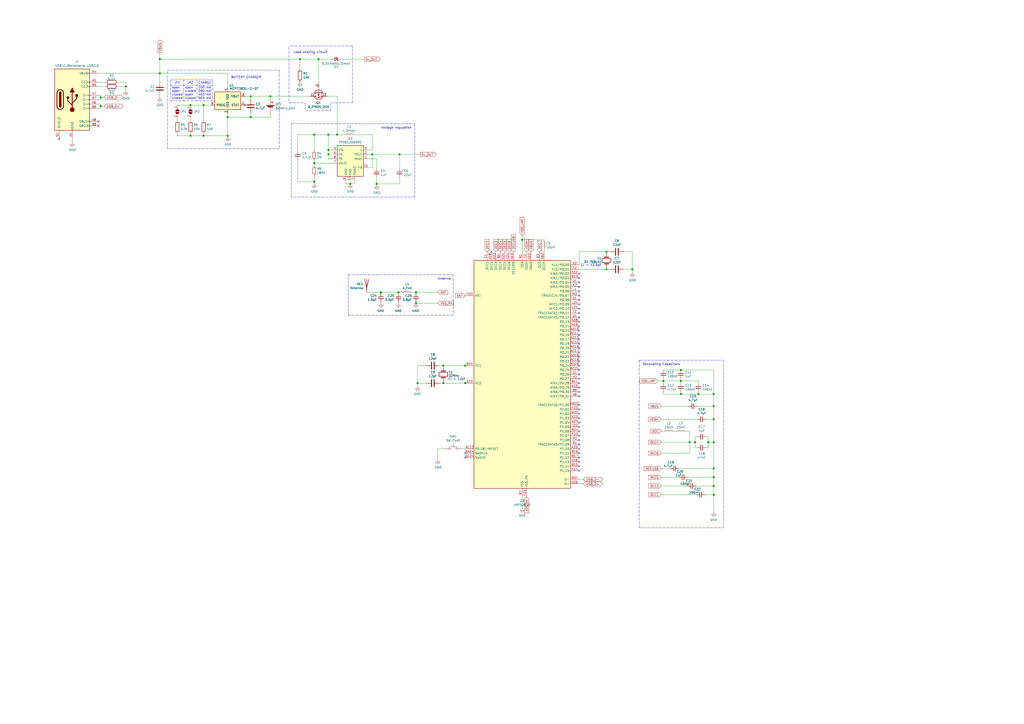
<source format=kicad_sch>
(kicad_sch (version 20210621) (generator eeschema)
  (paper "A2")
  (lib_symbols
    (symbol "Battery_Management:MCP73831-2-OT" (pin_names (offset 1.016))
      (property "Reference" "U" (at -7.62 6.35 0))
      (property "Value" "MCP73831-2-OT" (at 1.27 6.35 0))
      (symbol "MCP73831-2-OT_1_1"
        (pin output line (at 10.16 -2.54 180) (length 2.54) (name "STAT") (number "1"))
        (pin power_in line (at 0 -7.62 90) (length 2.54) (name "VSS") (number "2"))
        (pin power_out line (at 10.16 2.54 180) (length 2.54) (name "VBAT") (number "3"))
        (pin power_in line (at 0 7.62 270) (length 2.54) (name "VDD") (number "4"))
        (pin input line (at -10.16 -2.54 0) (length 2.54) (name "PROG") (number "5"))
      )
    )
    (symbol "Connector:USB_C_Receptacle_USB2.0" (pin_names (offset 1.016))
      (property "Reference" "J" (at -10.16 19.05 0))
      (property "Value" "USB_C_Receptacle_USB2.0" (at 19.05 19.05 0))
      (symbol "USB_C_Receptacle_USB2.0_1_1"
        (pin passive line (at 0 -22.86 90) (length 5.08) (name "GND") (number "A1"))
        (pin passive line (at 0 -22.86 90) (length 5.08) hide (name "GND") (number "A12"))
        (pin passive line (at 15.24 15.24 180) (length 5.08) (name "VBUS") (number "A4"))
        (pin bidirectional line (at 15.24 10.16 180) (length 5.08) (name "CC1") (number "A5"))
        (pin bidirectional line (at 15.24 -2.54 180) (length 5.08) (name "D+") (number "A6"))
        (pin bidirectional line (at 15.24 2.54 180) (length 5.08) (name "D-") (number "A7"))
        (pin bidirectional line (at 15.24 -12.7 180) (length 5.08) (name "SBU1") (number "A8"))
        (pin passive line (at 15.24 15.24 180) (length 5.08) hide (name "VBUS") (number "A9"))
        (pin passive line (at 0 -22.86 90) (length 5.08) hide (name "GND") (number "B1"))
        (pin passive line (at 0 -22.86 90) (length 5.08) hide (name "GND") (number "B12"))
        (pin passive line (at 15.24 15.24 180) (length 5.08) hide (name "VBUS") (number "B4"))
        (pin bidirectional line (at 15.24 7.62 180) (length 5.08) (name "CC2") (number "B5"))
        (pin bidirectional line (at 15.24 -5.08 180) (length 5.08) (name "D+") (number "B6"))
        (pin bidirectional line (at 15.24 0 180) (length 5.08) (name "D-") (number "B7"))
        (pin bidirectional line (at 15.24 -15.24 180) (length 5.08) (name "SBU2") (number "B8"))
        (pin passive line (at 15.24 15.24 180) (length 5.08) hide (name "VBUS") (number "B9"))
        (pin passive line (at -7.62 -22.86 90) (length 5.08) (name "SHIELD") (number "S1"))
      )
    )
    (symbol "Device:Antenna" (pin_numbers hide) (pin_names (offset 1.016) hide)
      (property "Reference" "AE" (at -1.905 1.905 0))
      (property "Value" "Antenna" (at -1.905 0 0))
      (symbol "Antenna_1_1"
        (pin input line (at 0 -5.08 90) (length 2.54) (name "A") (number "1"))
      )
    )
    (symbol "Device:Battery_Cell" (pin_numbers hide) (pin_names (offset 0) hide)
      (property "Reference" "BT" (at 2.54 2.54 0))
      (property "Value" "Battery_Cell" (at 2.54 0 0))
      (symbol "Battery_Cell_1_1"
        (pin passive line (at 0 5.08 270) (length 2.54) (name "+") (number "1"))
        (pin passive line (at 0 -2.54 90) (length 2.54) (name "-") (number "2"))
      )
    )
    (symbol "Device:C" (pin_numbers hide) (pin_names (offset 0.254))
      (property "Reference" "C" (at 0.635 2.54 0))
      (property "Value" "C" (at 0.635 -2.54 0))
      (symbol "C_1_1"
        (pin passive line (at 0 3.81 270) (length 2.794) (name "~") (number "1"))
        (pin passive line (at 0 -3.81 90) (length 2.794) (name "~") (number "2"))
      )
    )
    (symbol "Device:C_Small" (pin_numbers hide) (pin_names (offset 0.254) hide)
      (property "Reference" "C" (at 0.254 1.778 0))
      (property "Value" "C_Small" (at 0.254 -2.032 0))
      (symbol "C_Small_1_1"
        (pin passive line (at 0 2.54 270) (length 2.032) (name "~") (number "1"))
        (pin passive line (at 0 -2.54 90) (length 2.032) (name "~") (number "2"))
      )
    )
    (symbol "Device:Crystal" (pin_numbers hide) (pin_names (offset 1.016) hide)
      (property "Reference" "Y" (at 0 3.81 0))
      (property "Value" "Crystal" (at 0 -3.81 0))
      (symbol "Crystal_1_1"
        (pin passive line (at -3.81 0 0) (length 1.27) (name "1") (number "1"))
        (pin passive line (at 3.81 0 180) (length 1.27) (name "2") (number "2"))
      )
    )
    (symbol "Device:D_Schottky_Small" (pin_numbers hide) (pin_names (offset 0.254) hide)
      (property "Reference" "D" (at -1.27 2.032 0))
      (property "Value" "D_Schottky_Small" (at -7.112 -2.032 0))
      (symbol "D_Schottky_Small_1_1"
        (pin passive line (at -2.54 0 0) (length 1.778) (name "K") (number "1"))
        (pin passive line (at 2.54 0 180) (length 1.778) (name "A") (number "2"))
      )
    )
    (symbol "Device:L_Small" (pin_numbers hide) (pin_names (offset 0.254) hide)
      (property "Reference" "L" (at 0.762 1.016 0))
      (property "Value" "L_Small" (at 0.762 -1.016 0))
      (symbol "L_Small_1_1"
        (pin passive line (at 0 2.54 270) (length 0.508) (name "~") (number "1"))
        (pin passive line (at 0 -2.54 90) (length 0.508) (name "~") (number "2"))
      )
    )
    (symbol "Device:Q_PMOS_DGS" (pin_names (offset 0) hide)
      (property "Reference" "Q" (at 5.08 1.27 0))
      (property "Value" "Q_PMOS_DGS" (at 5.08 -1.27 0))
      (symbol "Q_PMOS_DGS_1_1"
        (pin passive line (at 2.54 5.08 270) (length 2.54) (name "D") (number "1"))
        (pin input line (at -5.08 0 0) (length 2.54) (name "G") (number "2"))
        (pin passive line (at 2.54 -5.08 90) (length 2.54) (name "S") (number "3"))
      )
    )
    (symbol "Device:R" (pin_numbers hide) (pin_names (offset 0))
      (property "Reference" "R" (at 2.032 0 90))
      (property "Value" "R" (at 0 0 90))
      (symbol "R_1_1"
        (pin passive line (at 0 3.81 270) (length 1.27) (name "~") (number "1"))
        (pin passive line (at 0 -3.81 90) (length 1.27) (name "~") (number "2"))
      )
    )
    (symbol "Device:R_Small" (pin_numbers hide) (pin_names (offset 0.254) hide)
      (property "Reference" "R" (at 0.762 0.508 0))
      (property "Value" "R_Small" (at 0.762 -1.016 0))
      (symbol "R_Small_1_1"
        (pin passive line (at 0 2.54 270) (length 0.762) (name "~") (number "1"))
        (pin passive line (at 0 -2.54 90) (length 0.762) (name "~") (number "2"))
      )
    )
    (symbol "Jumper:SolderJumper_2_Open" (pin_names (offset 0) hide)
      (property "Reference" "JP" (at 0 2.032 0))
      (property "Value" "SolderJumper_2_Open" (at 0 -2.54 0))
      (symbol "SolderJumper_2_Open_1_1"
        (pin passive line (at -3.81 0 0) (length 2.54) (name "A") (number "1"))
        (pin passive line (at 3.81 0 180) (length 2.54) (name "B") (number "2"))
      )
    )
    (symbol "MCU_Nordic:nRF52840"
      (property "Reference" "U" (at 0 5.08 0))
      (property "Value" "nRF52840" (at 0 2.54 0))
      (symbol "nRF52840_1_1"
        (pin bidirectional line (at 33.02 -7.62 180) (length 5.08) (name "AIN5/P0.29") (number "A10"))
        (pin bidirectional line (at 33.02 58.42 180) (length 5.08) (name "AIN0/P0.02") (number "A12"))
        (pin bidirectional line (at 33.02 -55.88 180) (length 5.08) (name "P1.15") (number "A14"))
        (pin bidirectional line (at 33.02 -50.8 180) (length 5.08) (name "P1.13") (number "A16"))
        (pin passive line (at -17.78 71.12 270) (length 5.08) (name "DEC2") (number "A18"))
        (pin bidirectional line (at 33.02 -43.18 180) (length 5.08) (name "P1.10") (number "A20"))
        (pin passive line (at 0 71.12 270) (length 5.08) hide (name "VDD") (number "A22"))
        (pin input line (at -33.02 -5.08 0) (length 5.08) (name "XC2") (number "A23"))
        (pin bidirectional line (at 33.02 -12.7 180) (length 5.08) (name "AIN7/P0.31") (number "A8"))
        (pin input line (at -33.02 -45.72 0) (length 5.08) (name "SWDCLK") (number "AA24"))
        (pin power_out line (at 12.7 71.12 270) (length 5.08) (name "DCCH") (number "AB2"))
        (pin bidirectional line (at 33.02 22.86 180) (length 5.08) (name "P0.16") (number "AC11"))
        (pin bidirectional line (at -33.02 -43.18 0) (length 5.08) (name "P0.18/~RESET") (number "AC13"))
        (pin bidirectional line (at 33.02 17.78 180) (length 5.08) (name "P0.19") (number "AC15"))
        (pin bidirectional line (at 33.02 12.7 180) (length 5.08) (name "P0.21") (number "AC17"))
        (pin bidirectional line (at 33.02 7.62 180) (length 5.08) (name "P0.23") (number "AC19"))
        (pin bidirectional line (at 33.02 2.54 180) (length 5.08) (name "P0.25") (number "AC21"))
        (pin bidirectional line (at -33.02 -48.26 0) (length 5.08) (name "SWDIO") (number "AC24"))
        (pin passive line (at -5.08 71.12 270) (length 5.08) (name "DECUSB") (number "AC5"))
        (pin bidirectional line (at 33.02 27.94 180) (length 5.08) (name "P0.14") (number "AC9"))
        (pin bidirectional line (at 33.02 25.4 180) (length 5.08) (name "P0.15") (number "AD10"))
        (pin bidirectional line (at 33.02 20.32 180) (length 5.08) (name "P0.17") (number "AD12"))
        (pin passive line (at 0 71.12 270) (length 5.08) hide (name "VDD") (number "AD14"))
        (pin bidirectional line (at 33.02 15.24 180) (length 5.08) (name "P0.20") (number "AD16"))
        (pin bidirectional line (at 33.02 10.16 180) (length 5.08) (name "P0.22") (number "AD18"))
        (pin power_in line (at 5.08 71.12 270) (length 5.08) (name "VBUS") (number "AD2"))
        (pin bidirectional line (at 33.02 5.08 180) (length 5.08) (name "P0.24") (number "AD20"))
        (pin bidirectional line (at 33.02 -17.78 180) (length 5.08) (name "TRACEDATA0/P1.00") (number "AD22"))
        (pin passive line (at 0 71.12 270) (length 5.08) hide (name "VDD") (number "AD23"))
        (pin bidirectional line (at 33.02 -60.96 180) (length 5.08) (name "D-") (number "AD4"))
        (pin bidirectional line (at 33.02 -63.5 180) (length 5.08) (name "D+") (number "AD6"))
        (pin bidirectional line (at 33.02 30.48 180) (length 5.08) (name "P0.13") (number "AD8"))
        (pin power_in line (at 0 71.12 270) (length 5.08) (name "VDD") (number "B1"))
        (pin bidirectional line (at 33.02 -5.08 180) (length 5.08) (name "AIN4/P0.28") (number "B11"))
        (pin bidirectional line (at 33.02 55.88 180) (length 5.08) (name "AIN1/P0.03") (number "B13"))
        (pin bidirectional line (at 33.02 -53.34 180) (length 5.08) (name "P1.14") (number "B15"))
        (pin bidirectional line (at 33.02 -48.26 180) (length 5.08) (name "P1.12") (number "B17"))
        (pin bidirectional line (at 33.02 -45.72 180) (length 5.08) (name "P1.11") (number "B19"))
        (pin input line (at -33.02 5.08 0) (length 5.08) (name "XC1") (number "B24"))
        (pin power_out line (at 10.16 71.12 270) (length 5.08) (name "DCC") (number "B3"))
        (pin passive line (at -12.7 71.12 270) (length 5.08) (name "DEC4") (number "B5"))
        (pin power_in line (at 0 -71.12 90) (length 5.08) (name "VSS") (number "B7"))
        (pin bidirectional line (at 33.02 -10.16 180) (length 5.08) (name "AIN6/P0.30") (number "B9"))
        (pin passive line (at -20.32 71.12 270) (length 5.08) (name "DEC1") (number "C1"))
        (pin bidirectional line (at 33.02 63.5 180) (length 5.08) (name "XL1/P0.00") (number "D2"))
        (pin passive line (at -15.24 71.12 270) (length 5.08) (name "DEC3") (number "D23"))
        (pin passive line (at -7.62 71.12 270) (length 5.08) (name "DEC6") (number "E24"))
        (pin passive line (at 0 -71.12 90) (length 5.08) hide (name "VSS") (number "EP"))
        (pin bidirectional line (at 33.02 60.96 180) (length 5.08) (name "XL2/P0.01") (number "F2"))
        (pin power_in line (at 2.54 -71.12 90) (length 5.08) (name "VSS_PA") (number "F23"))
        (pin bidirectional line (at 33.02 0 180) (length 5.08) (name "P0.26") (number "G1"))
        (pin bidirectional line (at 33.02 -2.54 180) (length 5.08) (name "P0.27") (number "H2"))
        (pin passive line (at -33.02 45.72 0) (length 5.08) (name "ANT") (number "H23"))
        (pin bidirectional line (at 33.02 53.34 180) (length 5.08) (name "AIN2/P0.04") (number "J1"))
        (pin bidirectional line (at 33.02 38.1 180) (length 5.08) (name "NFC2/P0.10") (number "J24"))
        (pin bidirectional line (at 33.02 50.8 180) (length 5.08) (name "AIN3/P0.05") (number "K2"))
        (pin bidirectional line (at 33.02 48.26 180) (length 5.08) (name "P0.06") (number "L1"))
        (pin bidirectional line (at 33.02 40.64 180) (length 5.08) (name "NFC1/P0.09") (number "L24"))
        (pin bidirectional line (at 33.02 45.72 180) (length 5.08) (name "TRACECLK/P0.07") (number "M2"))
        (pin bidirectional line (at 33.02 43.18 180) (length 5.08) (name "P0.08") (number "N1"))
        (pin passive line (at -10.16 71.12 270) (length 5.08) (name "DEC5") (number "N24"))
        (pin bidirectional line (at 33.02 -38.1 180) (length 5.08) (name "P1.08") (number "P2"))
        (pin bidirectional line (at 33.02 -35.56 180) (length 5.08) (name "P1.07") (number "P23"))
        (pin bidirectional line (at 33.02 -40.64 180) (length 5.08) (name "TRACEDATA3/P1.09") (number "R1"))
        (pin bidirectional line (at 33.02 -33.02 180) (length 5.08) (name "P1.06") (number "R24"))
        (pin bidirectional line (at 33.02 35.56 180) (length 5.08) (name "TRACEDATA2/P0.11") (number "T2"))
        (pin bidirectional line (at 33.02 -30.48 180) (length 5.08) (name "P1.05") (number "T23"))
        (pin bidirectional line (at 33.02 33.02 180) (length 5.08) (name "TRACEDATA1/P0.12") (number "U1"))
        (pin bidirectional line (at 33.02 -27.94 180) (length 5.08) (name "P1.04") (number "U24"))
        (pin bidirectional line (at 33.02 -25.4 180) (length 5.08) (name "P1.03") (number "V23"))
        (pin passive line (at 0 71.12 270) (length 5.08) hide (name "VDD") (number "W1"))
        (pin bidirectional line (at 33.02 -22.86 180) (length 5.08) (name "P1.02") (number "W24"))
        (pin power_in line (at 2.54 71.12 270) (length 5.08) (name "VDDH") (number "Y2"))
        (pin bidirectional line (at 33.02 -20.32 180) (length 5.08) (name "P1.01") (number "Y23"))
      )
    )
    (symbol "Regulator_Switching:TPS61200DRC"
      (property "Reference" "U" (at -10.16 8.89 0))
      (property "Value" "TPS61200DRC" (at -2.54 8.89 0))
      (symbol "TPS61200DRC_1_1"
        (pin bidirectional line (at 10.16 0 180) (length 2.54) (name "VAUX") (number "1"))
        (pin input line (at 10.16 -5.08 180) (length 2.54) (name "FB") (number "10"))
        (pin power_in line (at 0 -12.7 90) (length 2.54) (name "PAD") (number "11"))
        (pin power_out line (at 10.16 2.54 180) (length 2.54) (name "VOUT") (number "2"))
        (pin input line (at 10.16 5.08 180) (length 2.54) (name "L") (number "3"))
        (pin power_in line (at 2.54 -12.7 90) (length 2.54) (name "PGND") (number "4"))
        (pin power_in line (at -10.16 5.08 0) (length 2.54) (name "VIN") (number "5"))
        (pin input line (at -10.16 2.54 0) (length 2.54) (name "EN") (number "6"))
        (pin input line (at -10.16 -2.54 0) (length 2.54) (name "UVLO") (number "7"))
        (pin input line (at -10.16 0 0) (length 2.54) (name "PS") (number "8"))
        (pin power_in line (at -2.54 -12.7 90) (length 2.54) (name "GND") (number "9"))
      )
    )
    (symbol "Switch:SW_Push" (pin_numbers hide) (pin_names (offset 1.016) hide)
      (property "Reference" "SW" (at 1.27 2.54 0))
      (property "Value" "SW_Push" (at 0 -1.524 0))
      (symbol "SW_Push_0_1"
        (pin passive line (at -5.08 0 0) (length 2.54) (name "1") (number "1"))
        (pin passive line (at 5.08 0 180) (length 2.54) (name "2") (number "2"))
      )
    )
    (symbol "power:GND" (power) (pin_names (offset 0))
      (property "Value" "GND" (at 0 -3.81 0))
      (symbol "GND_1_1"
        (pin power_in line (at 0 0 270) (length 0) hide (name "GND") (number "1"))
      )
    )
  )
  (junction (at 58.42 56.515) (diameter 1.016))
  (junction (at 58.42 61.595) (diameter 1.016))
  (junction (at 73.025 50.165) (diameter 1.016))
  (junction (at 92.71 34.29) (diameter 1.016))
  (junction (at 92.71 42.545) (diameter 1.016))
  (junction (at 110.49 60.96) (diameter 1.016))
  (junction (at 110.49 78.74) (diameter 1.016))
  (junction (at 118.11 60.96) (diameter 1.016))
  (junction (at 118.11 78.74) (diameter 1.016))
  (junction (at 132.08 67.945) (diameter 1.016))
  (junction (at 132.08 78.74) (diameter 1.016))
  (junction (at 145.415 55.88) (diameter 1.016))
  (junction (at 145.415 67.945) (diameter 1.016))
  (junction (at 156.845 55.88) (diameter 1.016))
  (junction (at 173.99 34.29) (diameter 1.016))
  (junction (at 182.245 78.105) (diameter 1.016))
  (junction (at 182.245 94.615) (diameter 1.016))
  (junction (at 182.245 105.41) (diameter 1.016))
  (junction (at 184.785 34.29) (diameter 1.016))
  (junction (at 190.5 78.105) (diameter 1.016))
  (junction (at 190.5 86.995) (diameter 1.016))
  (junction (at 190.5 89.535) (diameter 1.016))
  (junction (at 195.58 78.105) (diameter 1.016))
  (junction (at 203.2 106.68) (diameter 1.016))
  (junction (at 215.9 89.535) (diameter 1.016))
  (junction (at 218.44 106.68) (diameter 1.016))
  (junction (at 220.98 169.545) (diameter 1.016))
  (junction (at 231.14 169.545) (diameter 1.016))
  (junction (at 231.775 89.535) (diameter 1.016))
  (junction (at 241.3 169.545) (diameter 1.016))
  (junction (at 241.3 175.895) (diameter 1.016))
  (junction (at 242.189 222.25) (diameter 1.016))
  (junction (at 257.175 212.09) (diameter 1.016))
  (junction (at 257.175 222.25) (diameter 1.016))
  (junction (at 269.875 212.09) (diameter 1.016))
  (junction (at 269.875 222.25) (diameter 1.016))
  (junction (at 302.895 139.065) (diameter 1.016))
  (junction (at 351.79 146.05) (diameter 1.016))
  (junction (at 351.79 156.21) (diameter 1.016))
  (junction (at 366.776 156.21) (diameter 1.016))
  (junction (at 384.81 220.98) (diameter 1.016))
  (junction (at 394.97 214.63) (diameter 1.016))
  (junction (at 394.97 220.98) (diameter 1.016))
  (junction (at 394.97 228.6) (diameter 1.016))
  (junction (at 400.05 256.54) (diameter 1.016))
  (junction (at 403.225 256.54) (diameter 1.016))
  (junction (at 405.13 228.6) (diameter 1.016))
  (junction (at 410.845 256.54) (diameter 1.016))
  (junction (at 414.02 228.6) (diameter 1.016))
  (junction (at 414.02 235.585) (diameter 1.016))
  (junction (at 414.02 243.205) (diameter 1.016))
  (junction (at 414.02 256.54) (diameter 1.016))
  (junction (at 414.02 271.78) (diameter 1.016))
  (junction (at 414.02 276.86) (diameter 1.016))
  (junction (at 414.02 281.94) (diameter 1.016))
  (junction (at 414.02 287.02) (diameter 1.016))
  (no_connect (at 34.29 80.645))
  (no_connect (at 57.15 70.485))
  (no_connect (at 57.15 73.025))
  (no_connect (at 142.24 60.96))
  (no_connect (at 269.875 262.89))
  (no_connect (at 269.875 265.43))
  (no_connect (at 285.115 146.05))
  (no_connect (at 335.915 158.75))
  (no_connect (at 335.915 161.29))
  (no_connect (at 335.915 163.83))
  (no_connect (at 335.915 166.37))
  (no_connect (at 335.915 168.91))
  (no_connect (at 335.915 171.45))
  (no_connect (at 335.915 173.99))
  (no_connect (at 335.915 176.53))
  (no_connect (at 335.915 179.07))
  (no_connect (at 335.915 181.61))
  (no_connect (at 335.915 184.15))
  (no_connect (at 335.915 186.69))
  (no_connect (at 335.915 189.23))
  (no_connect (at 335.915 191.77))
  (no_connect (at 335.915 194.31))
  (no_connect (at 335.915 196.85))
  (no_connect (at 335.915 199.39))
  (no_connect (at 335.915 201.93))
  (no_connect (at 335.915 204.47))
  (no_connect (at 335.915 207.01))
  (no_connect (at 335.915 209.55))
  (no_connect (at 335.915 212.09))
  (no_connect (at 335.915 214.63))
  (no_connect (at 335.915 217.17))
  (no_connect (at 335.915 219.71))
  (no_connect (at 335.915 222.25))
  (no_connect (at 335.915 224.79))
  (no_connect (at 335.915 227.33))
  (no_connect (at 335.915 229.87))
  (no_connect (at 335.915 234.95))
  (no_connect (at 335.915 237.49))
  (no_connect (at 335.915 240.03))
  (no_connect (at 335.915 242.57))
  (no_connect (at 335.915 245.11))
  (no_connect (at 335.915 247.65))
  (no_connect (at 335.915 250.19))
  (no_connect (at 335.915 252.73))
  (no_connect (at 335.915 255.27))
  (no_connect (at 335.915 257.81))
  (no_connect (at 335.915 260.35))
  (no_connect (at 335.915 262.89))
  (no_connect (at 335.915 265.43))
  (no_connect (at 335.915 267.97))
  (no_connect (at 335.915 270.51))
  (no_connect (at 335.915 273.05))
  (wire (pts (xy 41.91 80.645) (xy 41.91 82.55)))
  (wire (pts (xy 57.15 42.545) (xy 92.71 42.545)))
  (wire (pts (xy 57.15 47.625) (xy 60.96 47.625)))
  (wire (pts (xy 57.15 50.165) (xy 60.96 50.165)))
  (wire (pts (xy 57.15 55.245) (xy 58.42 55.245)))
  (wire (pts (xy 57.15 60.325) (xy 58.42 60.325)))
  (wire (pts (xy 58.42 55.245) (xy 58.42 56.515)))
  (wire (pts (xy 58.42 56.515) (xy 58.42 57.785)))
  (wire (pts (xy 58.42 56.515) (xy 60.325 56.515)))
  (wire (pts (xy 58.42 57.785) (xy 57.15 57.785)))
  (wire (pts (xy 58.42 60.325) (xy 58.42 61.595)))
  (wire (pts (xy 58.42 61.595) (xy 58.42 62.865)))
  (wire (pts (xy 58.42 61.595) (xy 60.325 61.595)))
  (wire (pts (xy 58.42 62.865) (xy 57.15 62.865)))
  (wire (pts (xy 68.58 47.625) (xy 73.025 47.625)))
  (wire (pts (xy 68.58 50.165) (xy 73.025 50.165)))
  (wire (pts (xy 73.025 47.625) (xy 73.025 50.165)))
  (wire (pts (xy 73.025 50.165) (xy 73.025 52.705)))
  (wire (pts (xy 92.71 34.29) (xy 92.71 30.48)))
  (wire (pts (xy 92.71 34.29) (xy 173.99 34.29)))
  (wire (pts (xy 92.71 42.545) (xy 92.71 34.29)))
  (wire (pts (xy 92.71 42.545) (xy 92.71 47.625)))
  (wire (pts (xy 92.71 42.545) (xy 132.08 42.545)))
  (wire (pts (xy 92.71 55.245) (xy 92.71 56.515)))
  (wire (pts (xy 102.87 68.58) (xy 102.87 69.85)))
  (wire (pts (xy 102.87 77.47) (xy 102.87 78.74)))
  (wire (pts (xy 102.87 78.74) (xy 110.49 78.74)))
  (wire (pts (xy 110.49 60.96) (xy 102.87 60.96)))
  (wire (pts (xy 110.49 68.58) (xy 110.49 69.85)))
  (wire (pts (xy 110.49 77.47) (xy 110.49 78.74)))
  (wire (pts (xy 110.49 78.74) (xy 118.11 78.74)))
  (wire (pts (xy 118.11 60.96) (xy 110.49 60.96)))
  (wire (pts (xy 118.11 60.96) (xy 118.11 69.85)))
  (wire (pts (xy 118.11 60.96) (xy 121.285 60.96)))
  (wire (pts (xy 118.11 77.47) (xy 118.11 78.74)))
  (wire (pts (xy 118.11 78.74) (xy 132.08 78.74)))
  (wire (pts (xy 132.08 42.545) (xy 132.08 50.8)))
  (wire (pts (xy 132.08 66.04) (xy 132.08 67.945)))
  (wire (pts (xy 132.08 67.945) (xy 132.08 78.74)))
  (wire (pts (xy 132.08 67.945) (xy 145.415 67.945)))
  (wire (pts (xy 132.08 78.74) (xy 132.08 79.375)))
  (wire (pts (xy 142.24 55.88) (xy 145.415 55.88)))
  (wire (pts (xy 145.415 55.88) (xy 145.415 57.785)))
  (wire (pts (xy 145.415 55.88) (xy 156.845 55.88)))
  (wire (pts (xy 145.415 65.405) (xy 145.415 67.945)))
  (wire (pts (xy 156.845 55.88) (xy 156.845 57.785)))
  (wire (pts (xy 156.845 55.88) (xy 179.705 55.88)))
  (wire (pts (xy 156.845 65.405) (xy 156.845 67.945)))
  (wire (pts (xy 156.845 67.945) (xy 145.415 67.945)))
  (wire (pts (xy 172.72 78.105) (xy 172.72 87.63)))
  (wire (pts (xy 172.72 92.71) (xy 172.72 105.41)))
  (wire (pts (xy 172.72 105.41) (xy 182.245 105.41)))
  (wire (pts (xy 173.99 34.29) (xy 184.785 34.29)))
  (wire (pts (xy 173.99 40.005) (xy 173.99 34.29)))
  (wire (pts (xy 182.245 78.105) (xy 172.72 78.105)))
  (wire (pts (xy 182.245 78.105) (xy 182.245 87.63)))
  (wire (pts (xy 182.245 92.71) (xy 182.245 94.615)))
  (wire (pts (xy 182.245 94.615) (xy 182.245 96.52)))
  (wire (pts (xy 182.245 94.615) (xy 193.04 94.615)))
  (wire (pts (xy 182.245 101.6) (xy 182.245 105.41)))
  (wire (pts (xy 182.245 105.41) (xy 182.245 106.68)))
  (wire (pts (xy 184.785 34.29) (xy 184.785 48.26)))
  (wire (pts (xy 184.785 34.29) (xy 192.405 34.29)))
  (wire (pts (xy 189.865 55.88) (xy 195.58 55.88)))
  (wire (pts (xy 190.5 78.105) (xy 182.245 78.105)))
  (wire (pts (xy 190.5 78.105) (xy 190.5 86.995)))
  (wire (pts (xy 190.5 78.105) (xy 195.58 78.105)))
  (wire (pts (xy 190.5 86.995) (xy 190.5 89.535)))
  (wire (pts (xy 190.5 92.075) (xy 190.5 89.535)))
  (wire (pts (xy 193.04 86.995) (xy 190.5 86.995)))
  (wire (pts (xy 193.04 89.535) (xy 190.5 89.535)))
  (wire (pts (xy 193.04 92.075) (xy 190.5 92.075)))
  (wire (pts (xy 195.58 55.88) (xy 195.58 78.105)))
  (wire (pts (xy 195.58 78.105) (xy 200.025 78.105)))
  (wire (pts (xy 197.485 34.29) (xy 211.455 34.29)))
  (wire (pts (xy 200.66 104.775) (xy 200.66 106.68)))
  (wire (pts (xy 200.66 106.68) (xy 203.2 106.68)))
  (wire (pts (xy 203.2 104.775) (xy 203.2 106.68)))
  (wire (pts (xy 205.74 104.775) (xy 205.74 106.68)))
  (wire (pts (xy 205.74 106.68) (xy 203.2 106.68)))
  (wire (pts (xy 213.36 92.075) (xy 218.44 92.075)))
  (wire (pts (xy 213.36 97.155) (xy 215.9 97.155)))
  (wire (pts (xy 215.9 78.105) (xy 205.105 78.105)))
  (wire (pts (xy 215.9 86.995) (xy 213.36 86.995)))
  (wire (pts (xy 215.9 86.995) (xy 215.9 78.105)))
  (wire (pts (xy 215.9 89.535) (xy 213.36 89.535)))
  (wire (pts (xy 215.9 89.535) (xy 231.775 89.535)))
  (wire (pts (xy 215.9 97.155) (xy 215.9 89.535)))
  (wire (pts (xy 218.44 92.075) (xy 218.44 97.79)))
  (wire (pts (xy 218.44 102.87) (xy 218.44 106.68)))
  (wire (pts (xy 218.44 106.68) (xy 218.44 107.315)))
  (wire (pts (xy 220.98 169.545) (xy 212.725 169.545)))
  (wire (pts (xy 220.98 169.545) (xy 220.98 170.18)))
  (wire (pts (xy 220.98 175.26) (xy 220.98 175.895)))
  (wire (pts (xy 231.14 169.545) (xy 220.98 169.545)))
  (wire (pts (xy 231.14 169.545) (xy 231.14 170.18)))
  (wire (pts (xy 231.14 175.26) (xy 231.14 175.895)))
  (wire (pts (xy 231.775 89.535) (xy 243.84 89.535)))
  (wire (pts (xy 231.775 97.79) (xy 231.775 89.535)))
  (wire (pts (xy 231.775 102.87) (xy 231.775 106.68)))
  (wire (pts (xy 231.775 106.68) (xy 218.44 106.68)))
  (wire (pts (xy 233.68 169.545) (xy 231.14 169.545)))
  (wire (pts (xy 241.3 169.545) (xy 238.76 169.545)))
  (wire (pts (xy 241.3 169.545) (xy 241.3 170.18)))
  (wire (pts (xy 241.3 175.26) (xy 241.3 175.895)))
  (wire (pts (xy 242.189 212.09) (xy 242.189 222.25)))
  (wire (pts (xy 242.189 222.25) (xy 242.189 224.155)))
  (wire (pts (xy 247.269 212.09) (xy 242.189 212.09)))
  (wire (pts (xy 247.269 222.25) (xy 242.189 222.25)))
  (wire (pts (xy 254 169.545) (xy 241.3 169.545)))
  (wire (pts (xy 254 175.895) (xy 241.3 175.895)))
  (wire (pts (xy 254 260.35) (xy 254 266.7)))
  (wire (pts (xy 254.889 212.09) (xy 257.175 212.09)))
  (wire (pts (xy 254.889 222.25) (xy 257.175 222.25)))
  (wire (pts (xy 257.175 212.09) (xy 269.875 212.09)))
  (wire (pts (xy 257.175 213.36) (xy 257.175 212.09)))
  (wire (pts (xy 257.175 220.98) (xy 257.175 222.25)))
  (wire (pts (xy 257.175 222.25) (xy 269.875 222.25)))
  (wire (pts (xy 257.81 260.35) (xy 254 260.35)))
  (wire (pts (xy 267.97 260.35) (xy 269.875 260.35)))
  (wire (pts (xy 269.875 212.09) (xy 271.399 212.09)))
  (wire (pts (xy 269.875 222.25) (xy 271.399 222.25)))
  (wire (pts (xy 302.895 136.525) (xy 302.895 139.065)))
  (wire (pts (xy 302.895 139.065) (xy 302.895 146.05)))
  (wire (pts (xy 302.895 288.29) (xy 302.895 294.64)))
  (wire (pts (xy 315.595 139.065) (xy 302.895 139.065)))
  (wire (pts (xy 315.595 139.7) (xy 315.595 139.065)))
  (wire (pts (xy 315.595 144.78) (xy 315.595 146.05)))
  (wire (pts (xy 335.915 146.05) (xy 351.79 146.05)))
  (wire (pts (xy 335.915 153.67) (xy 335.915 146.05)))
  (wire (pts (xy 335.915 156.21) (xy 351.79 156.21)))
  (wire (pts (xy 335.915 278.13) (xy 338.455 278.13)))
  (wire (pts (xy 335.915 280.67) (xy 338.455 280.67)))
  (wire (pts (xy 351.79 147.32) (xy 351.79 146.05)))
  (wire (pts (xy 351.79 154.94) (xy 351.79 156.21)))
  (wire (pts (xy 354.076 146.05) (xy 351.79 146.05)))
  (wire (pts (xy 354.076 156.21) (xy 351.79 156.21)))
  (wire (pts (xy 361.696 146.05) (xy 366.776 146.05)))
  (wire (pts (xy 361.696 156.21) (xy 366.776 156.21)))
  (wire (pts (xy 366.776 146.05) (xy 366.776 156.21)))
  (wire (pts (xy 366.776 156.21) (xy 366.776 158.115)))
  (wire (pts (xy 383.54 250.19) (xy 385.445 250.19)))
  (wire (pts (xy 383.54 256.54) (xy 400.05 256.54)))
  (wire (pts (xy 383.54 262.89) (xy 400.05 262.89)))
  (wire (pts (xy 383.54 271.78) (xy 388.62 271.78)))
  (wire (pts (xy 383.54 287.02) (xy 403.86 287.02)))
  (wire (pts (xy 384.81 214.63) (xy 394.97 214.63)))
  (wire (pts (xy 384.81 219.71) (xy 384.81 220.98)))
  (wire (pts (xy 384.81 220.98) (xy 381.635 220.98)))
  (wire (pts (xy 384.81 222.25) (xy 384.81 220.98)))
  (wire (pts (xy 384.81 227.33) (xy 384.81 228.6)))
  (wire (pts (xy 384.81 228.6) (xy 394.97 228.6)))
  (wire (pts (xy 390.525 250.19) (xy 392.43 250.19)))
  (wire (pts (xy 393.7 271.78) (xy 414.02 271.78)))
  (wire (pts (xy 393.7 276.86) (xy 383.54 276.86)))
  (wire (pts (xy 394.97 214.63) (xy 414.02 214.63)))
  (wire (pts (xy 394.97 219.71) (xy 394.97 220.98)))
  (wire (pts (xy 394.97 220.98) (xy 384.81 220.98)))
  (wire (pts (xy 394.97 222.25) (xy 394.97 220.98)))
  (wire (pts (xy 394.97 227.33) (xy 394.97 228.6)))
  (wire (pts (xy 394.97 228.6) (xy 405.13 228.6)))
  (wire (pts (xy 398.78 276.86) (xy 414.02 276.86)))
  (wire (pts (xy 398.78 281.94) (xy 383.54 281.94)))
  (wire (pts (xy 399.415 235.585) (xy 383.54 235.585)))
  (wire (pts (xy 400.05 250.19) (xy 397.51 250.19)))
  (wire (pts (xy 400.05 250.19) (xy 400.05 256.54)))
  (wire (pts (xy 400.05 256.54) (xy 400.05 262.89)))
  (wire (pts (xy 400.05 256.54) (xy 403.225 256.54)))
  (wire (pts (xy 403.225 253.365) (xy 404.495 253.365)))
  (wire (pts (xy 403.225 256.54) (xy 403.225 253.365)))
  (wire (pts (xy 403.225 256.54) (xy 403.225 259.715)))
  (wire (pts (xy 403.225 259.715) (xy 404.495 259.715)))
  (wire (pts (xy 403.86 281.94) (xy 414.02 281.94)))
  (wire (pts (xy 404.495 235.585) (xy 414.02 235.585)))
  (wire (pts (xy 404.495 243.205) (xy 383.54 243.205)))
  (wire (pts (xy 405.13 220.98) (xy 394.97 220.98)))
  (wire (pts (xy 405.13 222.25) (xy 405.13 220.98)))
  (wire (pts (xy 405.13 227.33) (xy 405.13 228.6)))
  (wire (pts (xy 405.13 228.6) (xy 414.02 228.6)))
  (wire (pts (xy 408.94 287.02) (xy 414.02 287.02)))
  (wire (pts (xy 409.575 253.365) (xy 410.845 253.365)))
  (wire (pts (xy 409.575 259.715) (xy 410.845 259.715)))
  (wire (pts (xy 410.845 253.365) (xy 410.845 256.54)))
  (wire (pts (xy 410.845 256.54) (xy 410.845 259.715)))
  (wire (pts (xy 410.845 256.54) (xy 414.02 256.54)))
  (wire (pts (xy 414.02 214.63) (xy 414.02 228.6)))
  (wire (pts (xy 414.02 228.6) (xy 414.02 235.585)))
  (wire (pts (xy 414.02 235.585) (xy 414.02 243.205)))
  (wire (pts (xy 414.02 243.205) (xy 409.575 243.205)))
  (wire (pts (xy 414.02 256.54) (xy 414.02 243.205)))
  (wire (pts (xy 414.02 271.78) (xy 414.02 256.54)))
  (wire (pts (xy 414.02 271.78) (xy 414.02 276.86)))
  (wire (pts (xy 414.02 276.86) (xy 414.02 281.94)))
  (wire (pts (xy 414.02 281.94) (xy 414.02 287.02)))
  (wire (pts (xy 414.02 287.02) (xy 414.02 297.18)))
  (polyline (pts (xy 97.155 40.64) (xy 161.925 40.64)) (stroke (width 0) (type dash)))
  (polyline (pts (xy 97.155 86.36) (xy 97.155 40.64)) (stroke (width 0) (type dash)))
  (polyline (pts (xy 99.06 46.355) (xy 99.06 58.42)) (stroke (width 0) (type dash)))
  (polyline (pts (xy 99.06 46.355) (xy 123.19 46.355)) (stroke (width 0) (type dash)))
  (polyline (pts (xy 99.06 49.53) (xy 123.19 49.53)) (stroke (width 0) (type dash)))
  (polyline (pts (xy 99.06 58.42) (xy 123.19 58.42)) (stroke (width 0) (type dash)))
  (polyline (pts (xy 106.68 46.355) (xy 106.68 58.42)) (stroke (width 0) (type dash)))
  (polyline (pts (xy 114.3 46.355) (xy 114.3 58.42)) (stroke (width 0) (type dash)))
  (polyline (pts (xy 123.19 46.355) (xy 123.19 58.42)) (stroke (width 0) (type dash)))
  (polyline (pts (xy 161.925 40.64) (xy 161.925 86.36)) (stroke (width 0) (type dash)))
  (polyline (pts (xy 161.925 86.36) (xy 97.155 86.36)) (stroke (width 0) (type dash)))
  (polyline (pts (xy 167.64 27.305) (xy 167.64 59.69)) (stroke (width 0) (type dash)))
  (polyline (pts (xy 167.64 59.69) (xy 177.165 59.69)) (stroke (width 0) (type dash)))
  (polyline (pts (xy 168.91 71.755) (xy 240.665 71.755)) (stroke (width 0) (type dash)))
  (polyline (pts (xy 168.91 114.3) (xy 168.91 71.755)) (stroke (width 0) (type dash)))
  (polyline (pts (xy 177.165 59.69) (xy 177.165 64.135)) (stroke (width 0) (type dash)))
  (polyline (pts (xy 177.165 64.135) (xy 191.77 64.135)) (stroke (width 0) (type dash)))
  (polyline (pts (xy 191.77 59.69) (xy 204.47 59.69)) (stroke (width 0) (type dash)))
  (polyline (pts (xy 191.77 64.135) (xy 191.77 59.69)) (stroke (width 0) (type dash)))
  (polyline (pts (xy 201.93 159.385) (xy 262.89 159.385)) (stroke (width 0) (type dash)))
  (polyline (pts (xy 201.93 182.88) (xy 201.93 159.385)) (stroke (width 0) (type dash)))
  (polyline (pts (xy 204.47 26.67) (xy 167.64 26.67)) (stroke (width 0) (type dash)))
  (polyline (pts (xy 204.47 59.69) (xy 204.47 26.67)) (stroke (width 0) (type dash)))
  (polyline (pts (xy 240.665 71.755) (xy 240.665 114.3)) (stroke (width 0) (type dash)))
  (polyline (pts (xy 240.665 114.3) (xy 168.91 114.3)) (stroke (width 0) (type dash)))
  (polyline (pts (xy 262.89 159.385) (xy 262.89 182.88)) (stroke (width 0) (type dash)))
  (polyline (pts (xy 262.89 182.88) (xy 201.93 182.88)) (stroke (width 0) (type dash)))
  (polyline (pts (xy 370.84 208.915) (xy 370.84 306.07)) (stroke (width 0) (type dash)))
  (polyline (pts (xy 370.84 208.915) (xy 419.735 208.915)) (stroke (width 0) (type dash)))
  (polyline (pts (xy 370.84 306.07) (xy 419.735 306.07)) (stroke (width 0) (type dash)))
  (polyline (pts (xy 419.735 208.915) (xy 419.735 306.07)) (stroke (width 0) (type dash)))
  (text "open\nopen\nclosed\nclosed" (at 99.695 57.785 0) (effects (font (size 1.27 1.27)) (justify left bottom)))
  (text "JP1" (at 100.965 48.895 0) (effects (font (size 1.27 1.27)) (justify left bottom)))
  (text "open\nclosed\nopen\nclosed" (at 107.315 57.785 0) (effects (font (size 1.27 1.27)) (justify left bottom)))
  (text "JP2" (at 108.585 48.895 0) (effects (font (size 1.27 1.27)) (justify left bottom)))
  (text "CHARGE" (at 114.935 48.895 0) (effects (font (size 1.27 1.27)) (justify left bottom)))
  (text "100 mA\n200 mA\n403 mA\n503 mA" (at 114.935 57.785 0) (effects (font (size 1.27 1.27)) (justify left bottom)))
  (text "BATTERY CHARGER" (at 133.985 45.72 0) (effects (font (size 1.27 1.27)) (justify left bottom)))
  (text "Load sharing circuit" (at 170.18 31.115 0) (effects (font (size 1.27 1.27)) (justify left bottom)))
  (text "Voltage regulation" (at 220.98 74.93 0) (effects (font (size 1.27 1.27)) (justify left bottom)))
  (text "Cl = 12pF" (at 259.969 220.726 0) (effects (font (size 1.27 1.27)) (justify left bottom)))
  (text "Antenna" (at 261.62 162.56 180) (effects (font (size 1.27 1.27)) (justify right bottom)))
  (text "Cl = 12.5pF" (at 348.996 154.686 180) (effects (font (size 1.27 1.27)) (justify right bottom)))
  (text "Decoupling Capacitors" (at 372.745 212.09 0) (effects (font (size 1.27 1.27)) (justify left bottom)))
  (global_label "USB_D-" (shape bidirectional) (at 60.325 56.515 0) (property "Intersheet References" "${INTERSHEET_REFS}" (effects hide)))
  (global_label "USB_D+" (shape bidirectional) (at 60.325 61.595 0) (property "Intersheet References" "${INTERSHEET_REFS}" (effects hide)))
  (global_label "VBUS" (shape output) (at 92.71 30.48 90) (property "Intersheet References" "${INTERSHEET_REFS}" (effects hide)))
  (global_label "5v_OUT" (shape output) (at 211.455 34.29 0) (property "Intersheet References" "${INTERSHEET_REFS}" (effects hide)))
  (global_label "5v_OUT" (shape output) (at 243.84 89.535 0) (property "Intersheet References" "${INTERSHEET_REFS}" (effects hide)))
  (global_label "ANT" (shape input) (at 254 169.545 0) (property "Intersheet References" "${INTERSHEET_REFS}" (effects hide)))
  (global_label "VSS_PA" (shape input) (at 254 175.895 0) (property "Intersheet References" "${INTERSHEET_REFS}" (effects hide)))
  (global_label "ANT" (shape input) (at 269.875 171.45 180) (property "Intersheet References" "${INTERSHEET_REFS}" (effects hide)))
  (global_label "DEC1" (shape input) (at 282.575 146.05 90) (property "Intersheet References" "${INTERSHEET_REFS}" (effects hide)))
  (global_label "DEC3" (shape input) (at 287.655 146.05 90) (property "Intersheet References" "${INTERSHEET_REFS}" (effects hide)))
  (global_label "DEC4" (shape input) (at 290.195 146.05 90) (property "Intersheet References" "${INTERSHEET_REFS}" (effects hide)))
  (global_label "DEC5" (shape input) (at 292.735 146.05 90) (property "Intersheet References" "${INTERSHEET_REFS}" (effects hide)))
  (global_label "DEC6" (shape input) (at 295.275 146.05 90) (property "Intersheet References" "${INTERSHEET_REFS}" (effects hide)))
  (global_label "DECUSB" (shape input) (at 297.815 146.05 90) (property "Intersheet References" "${INTERSHEET_REFS}" (effects hide)))
  (global_label "VDD_nRF" (shape input) (at 302.895 136.525 90) (property "Intersheet References" "${INTERSHEET_REFS}" (effects hide)))
  (global_label "VDDH" (shape input) (at 305.435 146.05 90) (property "Intersheet References" "${INTERSHEET_REFS}" (effects hide)))
  (global_label "VSS_PA" (shape input) (at 305.435 288.29 270) (property "Intersheet References" "${INTERSHEET_REFS}" (effects hide)))
  (global_label "VBUS" (shape input) (at 307.975 146.05 90) (property "Intersheet References" "${INTERSHEET_REFS}" (effects hide)))
  (global_label "DCC" (shape input) (at 313.055 146.05 90) (property "Intersheet References" "${INTERSHEET_REFS}" (effects hide)))
  (global_label "USB_D-" (shape bidirectional) (at 338.455 278.13 0) (property "Intersheet References" "${INTERSHEET_REFS}" (effects hide)))
  (global_label "USB_D+" (shape bidirectional) (at 338.455 280.67 0) (property "Intersheet References" "${INTERSHEET_REFS}" (effects hide)))
  (global_label "VDD_nRF" (shape input) (at 381.635 220.98 180) (property "Intersheet References" "${INTERSHEET_REFS}" (effects hide)))
  (global_label "VBUS" (shape input) (at 383.54 235.585 180) (property "Intersheet References" "${INTERSHEET_REFS}" (effects hide)))
  (global_label "VDDH" (shape input) (at 383.54 243.205 180) (property "Intersheet References" "${INTERSHEET_REFS}" (effects hide)))
  (global_label "DCC" (shape input) (at 383.54 250.19 180) (property "Intersheet References" "${INTERSHEET_REFS}" (effects hide)))
  (global_label "DEC4" (shape input) (at 383.54 256.54 180) (property "Intersheet References" "${INTERSHEET_REFS}" (effects hide)))
  (global_label "DEC6" (shape input) (at 383.54 262.89 180) (property "Intersheet References" "${INTERSHEET_REFS}" (effects hide)))
  (global_label "DECUSB" (shape input) (at 383.54 271.78 180) (property "Intersheet References" "${INTERSHEET_REFS}" (effects hide)))
  (global_label "DEC5" (shape input) (at 383.54 276.86 180) (property "Intersheet References" "${INTERSHEET_REFS}" (effects hide)))
  (global_label "DEC3" (shape input) (at 383.54 281.94 180) (property "Intersheet References" "${INTERSHEET_REFS}" (effects hide)))
  (global_label "DEC1" (shape input) (at 383.54 287.02 180) (property "Intersheet References" "${INTERSHEET_REFS}" (effects hide)))
  (symbol (lib_id "Device:L_Small") (at 202.565 78.105 90) (unit 1)
    (property "Reference" "L1" (at 202.565 73.406 90))
    (property "Value" "L_Small" (at 202.565 75.7174 90))
  )
  (symbol (lib_id "Device:L_Small") (at 236.22 169.545 270) (mirror x) (unit 1)
    (property "Reference" "L4" (at 236.22 164.846 90))
    (property "Value" "4.7nH" (at 236.22 167.1574 90))
  )
  (symbol (lib_id "Device:L_Small") (at 315.595 142.24 0) (unit 1)
    (property "Reference" "L5" (at 316.8142 141.0716 0) (effects (justify left)))
    (property "Value" "10uH" (at 316.8142 143.383 0) (effects (justify left)))
  )
  (symbol (lib_id "Device:L_Small") (at 387.985 250.19 90) (unit 1)
    (property "Reference" "L2" (at 387.985 245.491 90))
    (property "Value" "10uH" (at 387.985 247.8024 90))
  )
  (symbol (lib_id "Device:L_Small") (at 394.97 250.19 90) (unit 1)
    (property "Reference" "L3" (at 394.97 245.491 90))
    (property "Value" "15nH" (at 394.97 247.8024 90))
  )
  (symbol (lib_id "power:GND") (at 41.91 82.55 0) (unit 1)
    (property "Reference" "#PWR0102" (effects hide))
    (property "Value" "GND" (at 42.037 86.9442 0))
  )
  (symbol (lib_id "power:GND") (at 73.025 52.705 0) (unit 1)
    (property "Reference" "#PWR0101" (effects hide))
    (property "Value" "GND" (at 73.152 57.0992 0))
  )
  (symbol (lib_id "power:GND") (at 92.71 56.515 0) (unit 1)
    (property "Reference" "#PWR0103" (effects hide))
    (property "Value" "GND" (at 92.837 60.9092 0))
  )
  (symbol (lib_id "power:GND") (at 132.08 79.375 0) (unit 1)
    (property "Reference" "#PWR0104" (effects hide))
    (property "Value" "GND" (at 132.207 83.7692 0))
  )
  (symbol (lib_id "power:GND") (at 173.99 47.625 0) (unit 1)
    (property "Reference" "#PWR0105" (effects hide))
    (property "Value" "GND" (at 174.117 52.0192 0))
  )
  (symbol (lib_id "power:GND") (at 182.245 106.68 0) (unit 1)
    (property "Reference" "#PWR0106" (effects hide))
    (property "Value" "GND" (at 182.372 111.0742 0))
  )
  (symbol (lib_id "power:GND") (at 203.2 106.68 0) (unit 1)
    (property "Reference" "#PWR0107" (effects hide))
    (property "Value" "GND" (at 203.327 111.0742 0))
  )
  (symbol (lib_id "power:GND") (at 218.44 107.315 0) (unit 1)
    (property "Reference" "#PWR0108" (effects hide))
    (property "Value" "GND" (at 218.567 111.7092 0))
  )
  (symbol (lib_id "power:GND") (at 220.98 175.895 0) (mirror y) (unit 1)
    (property "Reference" "#PWR0115" (effects hide))
    (property "Value" "GND" (at 220.853 180.2892 0))
  )
  (symbol (lib_id "power:GND") (at 231.14 175.895 0) (mirror y) (unit 1)
    (property "Reference" "#PWR0114" (effects hide))
    (property "Value" "GND" (at 231.013 180.2892 0))
  )
  (symbol (lib_id "power:GND") (at 241.3 175.895 0) (mirror y) (unit 1)
    (property "Reference" "#PWR0113" (effects hide))
    (property "Value" "GND" (at 241.173 180.2892 0))
  )
  (symbol (lib_id "power:GND") (at 242.189 224.155 0) (mirror y) (unit 1)
    (property "Reference" "#PWR0109" (effects hide))
    (property "Value" "GND" (at 242.062 228.5492 0))
  )
  (symbol (lib_id "power:GND") (at 254 266.7 0) (unit 1)
    (property "Reference" "#PWR0117" (effects hide))
    (property "Value" "GND" (at 254.127 271.0942 0))
  )
  (symbol (lib_id "power:GND") (at 302.895 294.64 0) (unit 1)
    (property "Reference" "#PWR0112" (effects hide))
    (property "Value" "GND" (at 303.022 299.0342 0))
  )
  (symbol (lib_id "power:GND") (at 366.776 158.115 0) (unit 1)
    (property "Reference" "#PWR0110" (effects hide))
    (property "Value" "GND" (at 366.903 162.5092 0))
  )
  (symbol (lib_id "power:GND") (at 414.02 297.18 0) (mirror y) (unit 1)
    (property "Reference" "#PWR0111" (effects hide))
    (property "Value" "GND" (at 413.893 301.5742 0))
  )
  (symbol (lib_id "Device:R_Small") (at 182.245 90.17 0) (unit 1)
    (property "Reference" "R4" (at 183.7436 89.0016 0) (effects (justify left)))
    (property "Value" "2M" (at 183.7436 91.313 0) (effects (justify left)))
  )
  (symbol (lib_id "Device:R_Small") (at 182.245 99.06 0) (unit 1)
    (property "Reference" "R8" (at 183.7436 97.8916 0) (effects (justify left)))
    (property "Value" "180K" (at 183.7436 100.203 0) (effects (justify left)))
  )
  (symbol (lib_id "Device:D_Schottky_Small") (at 194.945 34.29 180) (unit 1)
    (property "Reference" "D1" (at 194.945 38.735 0))
    (property "Value" "D_Schottky_Small" (at 194.945 36.83 0))
  )
  (symbol (lib_id "Jumper:SolderJumper_2_Open") (at 102.87 64.77 270) (unit 1)
    (property "Reference" "JP1" (at 104.5972 64.77 90) (effects (justify left)))
    (property "Value" "SolderJumper_2_Open" (effects hide))
  )
  (symbol (lib_id "Jumper:SolderJumper_2_Open") (at 110.49 64.77 270) (unit 1)
    (property "Reference" "JP2" (at 112.2172 64.77 90) (effects (justify left)))
    (property "Value" "SolderJumper_2_Open" (effects hide))
  )
  (symbol (lib_id "Device:R") (at 64.77 47.625 270) (unit 1)
    (property "Reference" "R2" (at 64.77 43.815 90))
    (property "Value" "5.1K" (at 64.77 45.72 90))
  )
  (symbol (lib_id "Device:R") (at 64.77 50.165 270) (unit 1)
    (property "Reference" "R3" (at 64.77 53.975 90))
    (property "Value" "5.1K" (at 64.77 52.07 90))
  )
  (symbol (lib_id "Device:R") (at 102.87 73.66 0) (unit 1)
    (property "Reference" "R5" (at 104.648 72.4916 0) (effects (justify left)))
    (property "Value" "3.3K" (at 104.648 74.803 0) (effects (justify left)))
  )
  (symbol (lib_id "Device:R") (at 110.49 73.66 0) (unit 1)
    (property "Reference" "R6" (at 112.268 72.4916 0) (effects (justify left)))
    (property "Value" "10K" (at 112.268 74.803 0) (effects (justify left)))
  )
  (symbol (lib_id "Device:R") (at 118.11 73.66 0) (unit 1)
    (property "Reference" "R7" (at 119.888 72.4916 0) (effects (justify left)))
    (property "Value" "10K" (at 119.888 74.803 0) (effects (justify left)))
  )
  (symbol (lib_id "Device:R") (at 173.99 43.815 0) (unit 1)
    (property "Reference" "R1" (at 175.768 42.6466 0) (effects (justify left)))
    (property "Value" "10K" (at 175.768 44.958 0) (effects (justify left)))
  )
  (symbol (lib_id "Device:C_Small") (at 172.72 90.17 0) (unit 1)
    (property "Reference" "C3" (at 175.0568 89.0016 0) (effects (justify left)))
    (property "Value" "4.7uF" (at 175.0568 91.313 0) (effects (justify left)))
  )
  (symbol (lib_id "Device:C_Small") (at 218.44 100.33 0) (unit 1)
    (property "Reference" "C4" (at 220.7768 99.1616 0) (effects (justify left)))
    (property "Value" "1uF" (at 220.7768 101.473 0) (effects (justify left)))
  )
  (symbol (lib_id "Device:C_Small") (at 220.98 172.72 0) (mirror y) (unit 1)
    (property "Reference" "C24" (at 218.6432 171.5516 0) (effects (justify left)))
    (property "Value" "1.5pF" (at 218.6432 173.863 0) (effects (justify left)))
  )
  (symbol (lib_id "Device:C_Small") (at 231.14 172.72 0) (mirror y) (unit 1)
    (property "Reference" "C25" (at 228.8032 171.5516 0) (effects (justify left)))
    (property "Value" "0.5pF" (at 228.8032 173.863 0) (effects (justify left)))
  )
  (symbol (lib_id "Device:C_Small") (at 231.775 100.33 0) (unit 1)
    (property "Reference" "C5" (at 234.1118 99.1616 0) (effects (justify left)))
    (property "Value" "22uF" (at 234.1118 101.473 0) (effects (justify left)))
  )
  (symbol (lib_id "Device:C_Small") (at 241.3 172.72 0) (mirror y) (unit 1)
    (property "Reference" "C26" (at 238.9632 171.5516 0) (effects (justify left)))
    (property "Value" "0.8pF" (at 238.9632 173.863 0) (effects (justify left)))
  )
  (symbol (lib_id "Device:C_Small") (at 384.81 217.17 180) (unit 1)
    (property "Reference" "C10" (at 387.1468 216.0016 0) (effects (justify right)))
    (property "Value" "100nF" (at 387.1468 218.313 0) (effects (justify right)))
  )
  (symbol (lib_id "Device:C_Small") (at 384.81 224.79 180) (unit 1)
    (property "Reference" "C12" (at 387.1468 223.6216 0) (effects (justify right)))
    (property "Value" "4.7uF" (at 387.1468 225.933 0) (effects (justify right)))
  )
  (symbol (lib_id "Device:C_Small") (at 391.16 271.78 90) (mirror x) (unit 1)
    (property "Reference" "C19" (at 389.128 268.224 90))
    (property "Value" "4.7uF" (at 387.604 270.256 90))
  )
  (symbol (lib_id "Device:C_Small") (at 394.97 217.17 180) (unit 1)
    (property "Reference" "C11" (at 397.3068 216.0016 0) (effects (justify right)))
    (property "Value" "1uF" (at 397.3068 218.313 0) (effects (justify right)))
  )
  (symbol (lib_id "Device:C_Small") (at 394.97 224.79 180) (unit 1)
    (property "Reference" "C13" (at 397.3068 223.6216 0) (effects (justify right)))
    (property "Value" "100nF" (at 397.3068 225.933 0) (effects (justify right)))
  )
  (symbol (lib_id "Device:C_Small") (at 396.24 276.86 90) (mirror x) (unit 1)
    (property "Reference" "C20" (at 394.462 273.558 90))
    (property "Value" "1uF" (at 393.7 275.59 90))
  )
  (symbol (lib_id "Device:C_Small") (at 401.32 281.94 90) (mirror x) (unit 1)
    (property "Reference" "C21" (at 399.796 278.892 90))
    (property "Value" "100pF" (at 397.51 280.67 90))
  )
  (symbol (lib_id "Device:C_Small") (at 401.955 235.585 270) (unit 1)
    (property "Reference" "C15" (at 401.955 229.7684 90))
    (property "Value" "4.7uF" (at 401.955 232.0798 90))
  )
  (symbol (lib_id "Device:C_Small") (at 405.13 224.79 180) (unit 1)
    (property "Reference" "C14" (at 407.4668 223.6216 0) (effects (justify right)))
    (property "Value" "100nF" (at 407.4668 225.933 0) (effects (justify right)))
  )
  (symbol (lib_id "Device:C_Small") (at 406.4 287.02 90) (mirror x) (unit 1)
    (property "Reference" "C22" (at 404.622 283.718 90))
    (property "Value" "100nF" (at 402.59 285.75 90))
  )
  (symbol (lib_id "Device:C_Small") (at 407.035 243.205 270) (unit 1)
    (property "Reference" "C16" (at 407.035 237.3884 90))
    (property "Value" "4.7uF" (at 407.035 239.6998 90))
  )
  (symbol (lib_id "Device:C_Small") (at 407.035 253.365 270) (unit 1)
    (property "Reference" "C17" (at 407.035 247.5484 90))
    (property "Value" "1uF" (at 407.035 249.8598 90))
  )
  (symbol (lib_id "Device:C_Small") (at 407.035 259.715 270) (unit 1)
    (property "Reference" "C18" (at 407.035 263.1948 90))
    (property "Value" "47nF" (at 407.035 265.5062 90))
  )
  (symbol (lib_id "Device:Antenna") (at 212.725 164.465 0) (mirror y) (unit 1)
    (property "Reference" "AE1" (at 210.693 164.7444 0) (effects (justify left)))
    (property "Value" "Antenna" (at 210.693 167.0558 0) (effects (justify left)))
  )
  (symbol (lib_id "Device:C") (at 92.71 51.435 0) (unit 1)
    (property "Reference" "C1" (at 89.8144 50.2666 0) (effects (justify right)))
    (property "Value" "4.7uF" (at 89.8144 52.578 0) (effects (justify right)))
  )
  (symbol (lib_id "Device:C") (at 145.415 61.595 0) (unit 1)
    (property "Reference" "C2" (at 148.336 60.4266 0) (effects (justify left)))
    (property "Value" "4.7uF" (at 148.336 62.738 0) (effects (justify left)))
  )
  (symbol (lib_id "Device:Battery_Cell") (at 156.845 62.865 0) (unit 1)
    (property "Reference" "BT1" (at 159.8422 60.4266 0) (effects (justify left)))
    (property "Value" "Battery_Cell" (at 159.8422 62.738 0) (effects (justify left)))
  )
  (symbol (lib_id "Device:C") (at 251.079 212.09 90) (mirror x) (unit 1)
    (property "Reference" "C8" (at 251.079 205.6892 90))
    (property "Value" "12pF" (at 251.079 208.0006 90))
  )
  (symbol (lib_id "Device:C") (at 251.079 222.25 90) (mirror x) (unit 1)
    (property "Reference" "C9" (at 251.079 215.8492 90))
    (property "Value" "12pF" (at 251.079 218.1606 90))
  )
  (symbol (lib_id "Device:C") (at 357.886 146.05 270) (unit 1)
    (property "Reference" "C6" (at 357.886 139.6492 90))
    (property "Value" "12pF" (at 357.886 141.9606 90))
  )
  (symbol (lib_id "Device:C") (at 357.886 156.21 270) (unit 1)
    (property "Reference" "C7" (at 357.886 149.8092 90))
    (property "Value" "12pF" (at 357.886 152.1206 90))
  )
  (symbol (lib_id "Switch:SW_Push") (at 262.89 260.35 0) (unit 1)
    (property "Reference" "SW1" (at 262.89 253.111 0))
    (property "Value" "SW_Push" (at 262.89 255.4224 0))
  )
  (symbol (lib_id "Device:Crystal") (at 257.175 217.17 270) (mirror x) (unit 1)
    (property "Reference" "Y2" (at 260.096 216.027 90) (effects (justify left)))
    (property "Value" "32MHz" (at 260.096 217.932 90) (effects (justify left)))
  )
  (symbol (lib_id "Device:Crystal") (at 351.79 151.13 90) (unit 1)
    (property "Reference" "Y1" (at 348.869 149.987 90) (effects (justify left)))
    (property "Value" "32.768kHz" (at 348.869 151.892 90) (effects (justify left)))
  )
  (symbol (lib_id "Device:Q_PMOS_DGS") (at 184.785 53.34 90) (mirror x) (unit 1)
    (property "Reference" "Q1" (at 184.785 59.6646 90))
    (property "Value" "Q_PMOS_DGS" (at 184.785 61.976 90))
  )
  (symbol (lib_id "Battery_Management:MCP73831-2-OT") (at 132.08 58.42 0) (unit 1)
    (property "Reference" "U1" (at 134.366 49.53 0))
    (property "Value" "MCP73831-2-OT" (at 141.605 51.435 0))
    (property "Footprint" "Package_TO_SOT_SMD:SOT-23-5" (effects hide))
    (property "Datasheet" "http://ww1.microchip.com/downloads/en/DeviceDoc/20001984g.pdf" (effects hide))
    (property "JLCPCB" "C14879" (effects hide))
  )
  (symbol (lib_id "Regulator_Switching:TPS61200DRC") (at 203.2 92.075 0) (unit 1)
    (property "Reference" "U2" (at 203.2 80.2132 0))
    (property "Value" "TPS61200DRC" (at 203.2 82.5246 0))
    (property "Footprint" "Package_SON:Texas_S-PVSON-N10_ThermalVias" (effects hide))
    (property "Datasheet" "http://www.ti.com/lit/ds/symlink/tps61200.pdf" (effects hide))
  )
  (symbol (lib_id "Connector:USB_C_Receptacle_USB2.0") (at 41.91 57.785 0) (unit 1)
    (property "Reference" "J1" (at 44.6278 35.7632 0))
    (property "Value" "USB_C_Receptacle_USB2.0" (at 44.6278 38.0746 0))
    (property "Datasheet" "https://www.usb.org/sites/default/files/documents/usb_type-c.zip" (effects hide))
  )
  (symbol (lib_id "MCU_Nordic:nRF52840") (at 302.895 217.17 0) (unit 1)
    (property "Reference" "U3" (at 302.895 290.5506 0))
    (property "Value" "nRF52840" (at 302.895 292.862 0))
    (property "Footprint" "Package_DFN_QFN:Nordic_AQFN-73-1EP_7x7mm_P0.5mm" (effects hide))
    (property "Datasheet" "http://infocenter.nordicsemi.com/topic/com.nordic.infocenter.nrf52/dita/nrf52/chips/nrf52840.html" (effects hide))
  )
)
</source>
